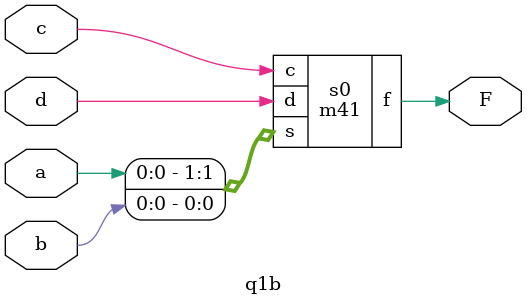
<source format=v>
module m41(c, d, s, f);
	input c,d;
	input [0:1]s;
	output f;
	reg f;
	always @(c or d or s)
		f = s[0]? (s[1]? 0: 0) : (s[1]? d: (c + ~d));
endmodule

module q1b(a,b,c,d,F);
	input a,b,c,d;
	output F;
	m41 s0(c, d, {a, b}, F);
endmodule

</source>
